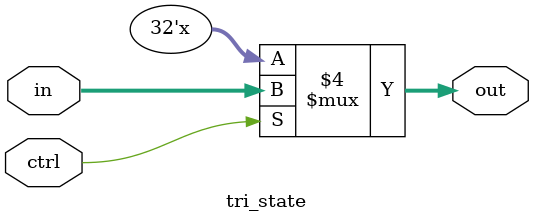
<source format=v>
module tri_state(out, in, ctrl);
output reg [31:0] out;
input [31:0] in;
input ctrl;

always @(*) begin
	if(ctrl == 1) out = in;
	else out = 32'hzzzzzzzz;
end
endmodule

</source>
